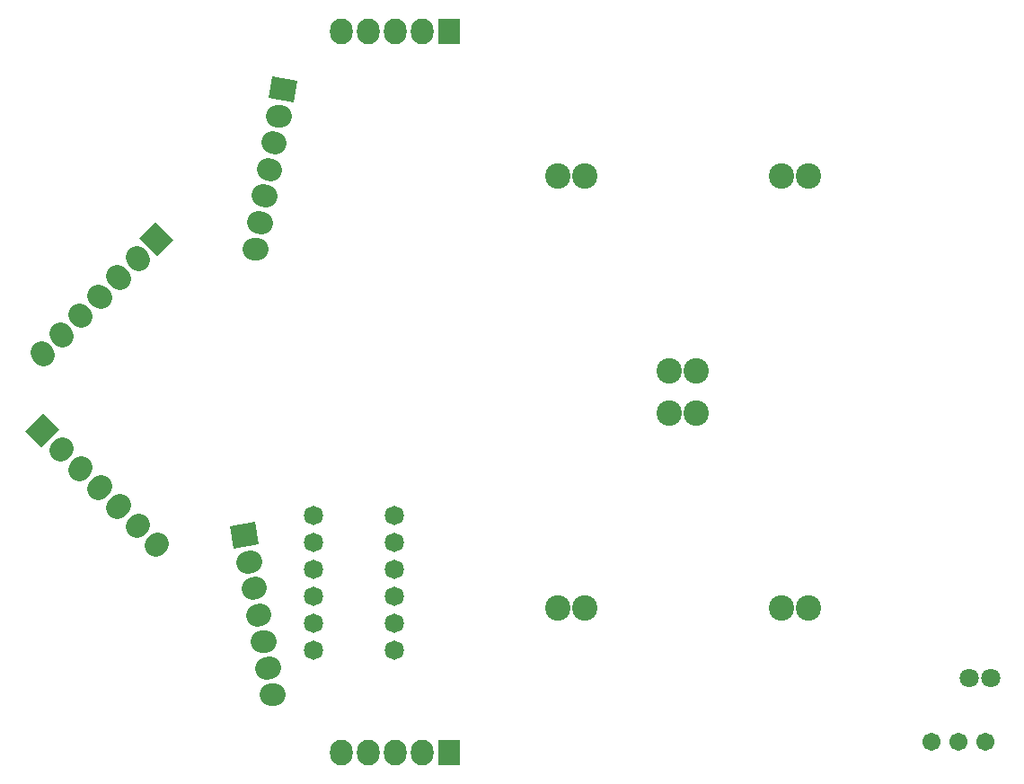
<source format=gbr>
G04 #@! TF.FileFunction,Soldermask,Bot*
%FSLAX46Y46*%
G04 Gerber Fmt 4.6, Leading zero omitted, Abs format (unit mm)*
G04 Created by KiCad (PCBNEW 4.0.2-stable) date 3/31/2016 10:50:00 PM*
%MOMM*%
G01*
G04 APERTURE LIST*
%ADD10C,0.100000*%
%ADD11C,2.400000*%
%ADD12C,2.127200*%
%ADD13C,1.822400*%
%ADD14C,1.797000*%
%ADD15R,2.127200X2.432000*%
%ADD16O,2.127200X2.432000*%
%ADD17C,1.708000*%
G04 APERTURE END LIST*
D10*
D11*
X208270000Y-110375000D03*
X210810000Y-110375000D03*
X189730000Y-110375000D03*
X197730000Y-92000000D03*
X200270000Y-92000000D03*
X187190000Y-110375000D03*
X189730000Y-69625000D03*
X187190000Y-69625000D03*
X208270000Y-69625000D03*
X200270000Y-88000000D03*
X197730000Y-88000000D03*
X210810000Y-69625000D03*
D10*
G36*
X159940981Y-62332050D02*
X160310365Y-60237167D01*
X162705417Y-60659480D01*
X162336033Y-62754363D01*
X159940981Y-62332050D01*
X159940981Y-62332050D01*
G37*
D12*
X160732048Y-63970713D02*
X161032218Y-64023641D01*
X160290981Y-66472124D02*
X160591151Y-66525052D01*
X159849915Y-68973536D02*
X160150085Y-69026464D01*
X159408849Y-71474948D02*
X159709019Y-71527876D01*
X158967782Y-73976359D02*
X159267952Y-74029287D01*
X158526716Y-76477771D02*
X158826886Y-76530699D01*
D10*
G36*
X138504083Y-95223767D02*
X136999925Y-93719609D01*
X138719609Y-91999925D01*
X140223767Y-93504083D01*
X138504083Y-95223767D01*
X138504083Y-95223767D01*
G37*
D12*
X140300135Y-95515661D02*
X140515661Y-95300135D01*
X142096186Y-97311712D02*
X142311712Y-97096186D01*
X143892237Y-99107763D02*
X144107763Y-98892237D01*
X145688288Y-100903814D02*
X145903814Y-100688288D01*
X147484339Y-102699865D02*
X147699865Y-102484339D01*
X149280391Y-104495917D02*
X149495917Y-104280391D01*
D10*
G36*
X147776233Y-75504083D02*
X149280391Y-73999925D01*
X151000075Y-75719609D01*
X149495917Y-77223767D01*
X147776233Y-75504083D01*
X147776233Y-75504083D01*
G37*
D12*
X147484339Y-77300135D02*
X147699865Y-77515661D01*
X145688288Y-79096186D02*
X145903814Y-79311712D01*
X143892237Y-80892237D02*
X144107763Y-81107763D01*
X142096186Y-82688288D02*
X142311712Y-82903814D01*
X140300135Y-84484339D02*
X140515661Y-84699865D01*
X138504083Y-86280391D02*
X138719609Y-86495917D01*
D10*
G36*
X156663967Y-104754363D02*
X156294583Y-102659480D01*
X158689635Y-102237167D01*
X159059019Y-104332050D01*
X156663967Y-104754363D01*
X156663967Y-104754363D01*
G37*
D12*
X157967782Y-106023641D02*
X158267952Y-105970713D01*
X158408849Y-108525052D02*
X158709019Y-108472124D01*
X158849915Y-111026464D02*
X159150085Y-110973536D01*
X159290981Y-113527876D02*
X159591151Y-113474948D01*
X159732048Y-116029287D02*
X160032218Y-115976359D01*
X160173114Y-118530699D02*
X160473284Y-118477771D01*
D13*
X171810000Y-111810000D03*
X171810000Y-114350000D03*
X164190000Y-114350000D03*
X164190000Y-109270000D03*
X164190000Y-101650000D03*
X171810000Y-109270000D03*
X164190000Y-104190000D03*
X171810000Y-101650000D03*
X164190000Y-111810000D03*
X171810000Y-106730000D03*
X164190000Y-106730000D03*
X171810000Y-104190000D03*
D14*
X226000000Y-117000000D03*
X228000000Y-117000000D03*
D15*
X177000000Y-56000000D03*
D16*
X174460000Y-56000000D03*
X171920000Y-56000000D03*
X169380000Y-56000000D03*
X166840000Y-56000000D03*
D15*
X177000000Y-124000000D03*
D16*
X174460000Y-124000000D03*
X171920000Y-124000000D03*
X169380000Y-124000000D03*
X166840000Y-124000000D03*
D17*
X227540000Y-123000000D03*
X225000000Y-123000000D03*
X222460000Y-123000000D03*
M02*

</source>
